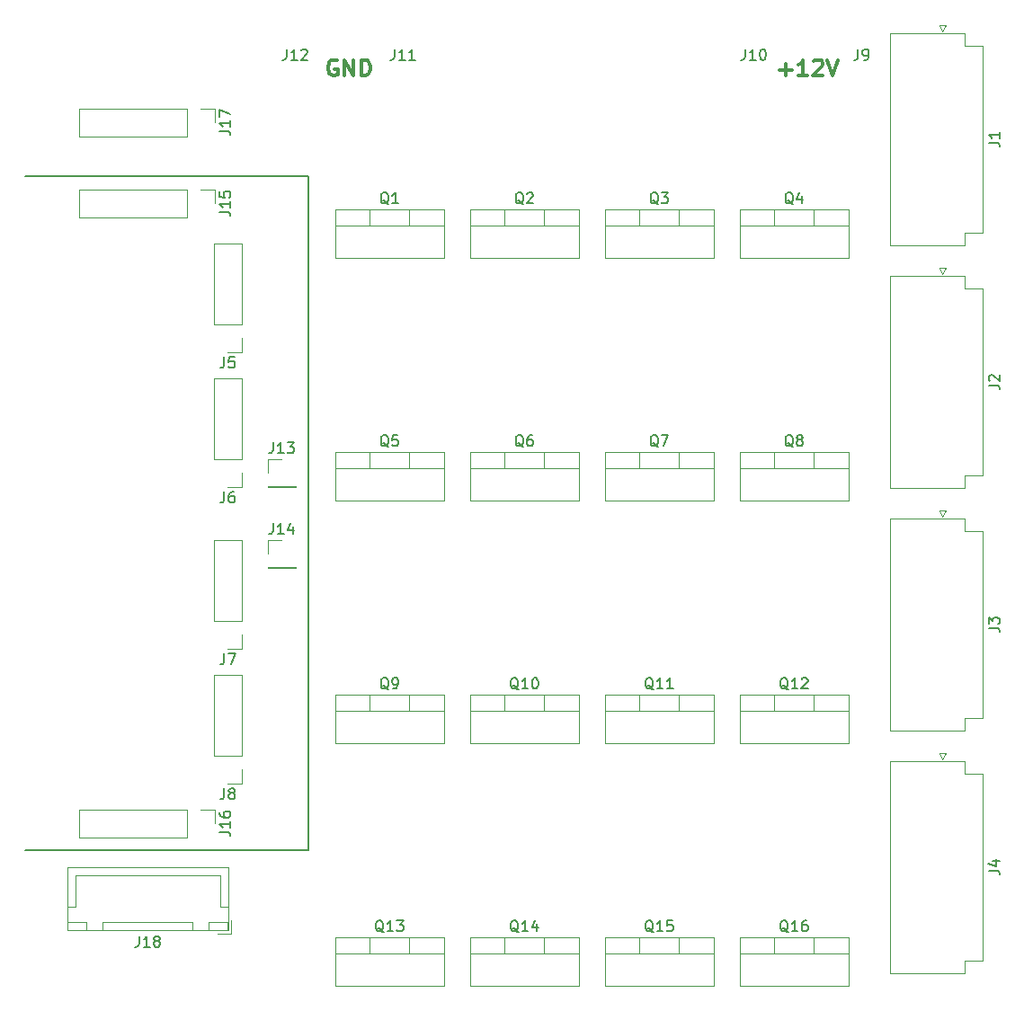
<source format=gbr>
%TF.GenerationSoftware,KiCad,Pcbnew,(5.0.1)-3*%
%TF.CreationDate,2018-11-11T20:09:42+02:00*%
%TF.ProjectId,Fet-levy,4665742D6C6576792E6B696361645F70,rev?*%
%TF.SameCoordinates,Original*%
%TF.FileFunction,Legend,Top*%
%TF.FilePolarity,Positive*%
%FSLAX46Y46*%
G04 Gerber Fmt 4.6, Leading zero omitted, Abs format (unit mm)*
G04 Created by KiCad (PCBNEW (5.0.1)-3) date 11.11.2018 20.09.42*
%MOMM*%
%LPD*%
G01*
G04 APERTURE LIST*
%ADD10C,0.300000*%
%ADD11C,0.200000*%
%ADD12C,0.120000*%
%ADD13C,0.150000*%
G04 APERTURE END LIST*
D10*
X184277142Y-56400000D02*
X184134285Y-56328571D01*
X183920000Y-56328571D01*
X183705714Y-56400000D01*
X183562857Y-56542857D01*
X183491428Y-56685714D01*
X183420000Y-56971428D01*
X183420000Y-57185714D01*
X183491428Y-57471428D01*
X183562857Y-57614285D01*
X183705714Y-57757142D01*
X183920000Y-57828571D01*
X184062857Y-57828571D01*
X184277142Y-57757142D01*
X184348571Y-57685714D01*
X184348571Y-57185714D01*
X184062857Y-57185714D01*
X184991428Y-57828571D02*
X184991428Y-56328571D01*
X185848571Y-57828571D01*
X185848571Y-56328571D01*
X186562857Y-57828571D02*
X186562857Y-56328571D01*
X186920000Y-56328571D01*
X187134285Y-56400000D01*
X187277142Y-56542857D01*
X187348571Y-56685714D01*
X187420000Y-56971428D01*
X187420000Y-57185714D01*
X187348571Y-57471428D01*
X187277142Y-57614285D01*
X187134285Y-57757142D01*
X186920000Y-57828571D01*
X186562857Y-57828571D01*
X225957142Y-57257142D02*
X227100000Y-57257142D01*
X226528571Y-57828571D02*
X226528571Y-56685714D01*
X228600000Y-57828571D02*
X227742857Y-57828571D01*
X228171428Y-57828571D02*
X228171428Y-56328571D01*
X228028571Y-56542857D01*
X227885714Y-56685714D01*
X227742857Y-56757142D01*
X229171428Y-56471428D02*
X229242857Y-56400000D01*
X229385714Y-56328571D01*
X229742857Y-56328571D01*
X229885714Y-56400000D01*
X229957142Y-56471428D01*
X230028571Y-56614285D01*
X230028571Y-56757142D01*
X229957142Y-56971428D01*
X229100000Y-57828571D01*
X230028571Y-57828571D01*
X230457142Y-56328571D02*
X230957142Y-57828571D01*
X231457142Y-56328571D01*
D11*
X181610000Y-130810000D02*
X154940000Y-130810000D01*
X181610000Y-67310000D02*
X181610000Y-130810000D01*
X154940000Y-67310000D02*
X181610000Y-67310000D01*
D12*
%TO.C,Q12*%
X229181000Y-116110000D02*
X229181000Y-117620000D01*
X225480000Y-116110000D02*
X225480000Y-117620000D01*
X222210000Y-117620000D02*
X232450000Y-117620000D01*
X232450000Y-116110000D02*
X232450000Y-120751000D01*
X222210000Y-116110000D02*
X222210000Y-120751000D01*
X222210000Y-120751000D02*
X232450000Y-120751000D01*
X222210000Y-116110000D02*
X232450000Y-116110000D01*
%TO.C,Q14*%
X203781000Y-138970000D02*
X203781000Y-140480000D01*
X200080000Y-138970000D02*
X200080000Y-140480000D01*
X196810000Y-140480000D02*
X207050000Y-140480000D01*
X207050000Y-138970000D02*
X207050000Y-143611000D01*
X196810000Y-138970000D02*
X196810000Y-143611000D01*
X196810000Y-143611000D02*
X207050000Y-143611000D01*
X196810000Y-138970000D02*
X207050000Y-138970000D01*
%TO.C,Q13*%
X184110000Y-138970000D02*
X194350000Y-138970000D01*
X184110000Y-143611000D02*
X194350000Y-143611000D01*
X184110000Y-138970000D02*
X184110000Y-143611000D01*
X194350000Y-138970000D02*
X194350000Y-143611000D01*
X184110000Y-140480000D02*
X194350000Y-140480000D01*
X187380000Y-138970000D02*
X187380000Y-140480000D01*
X191081000Y-138970000D02*
X191081000Y-140480000D01*
%TO.C,Q15*%
X209510000Y-138970000D02*
X219750000Y-138970000D01*
X209510000Y-143611000D02*
X219750000Y-143611000D01*
X209510000Y-138970000D02*
X209510000Y-143611000D01*
X219750000Y-138970000D02*
X219750000Y-143611000D01*
X209510000Y-140480000D02*
X219750000Y-140480000D01*
X212780000Y-138970000D02*
X212780000Y-140480000D01*
X216481000Y-138970000D02*
X216481000Y-140480000D01*
%TO.C,Q16*%
X229181000Y-138970000D02*
X229181000Y-140480000D01*
X225480000Y-138970000D02*
X225480000Y-140480000D01*
X222210000Y-140480000D02*
X232450000Y-140480000D01*
X232450000Y-138970000D02*
X232450000Y-143611000D01*
X222210000Y-138970000D02*
X222210000Y-143611000D01*
X222210000Y-143611000D02*
X232450000Y-143611000D01*
X222210000Y-138970000D02*
X232450000Y-138970000D01*
%TO.C,Q7*%
X209510000Y-93250000D02*
X219750000Y-93250000D01*
X209510000Y-97891000D02*
X219750000Y-97891000D01*
X209510000Y-93250000D02*
X209510000Y-97891000D01*
X219750000Y-93250000D02*
X219750000Y-97891000D01*
X209510000Y-94760000D02*
X219750000Y-94760000D01*
X212780000Y-93250000D02*
X212780000Y-94760000D01*
X216481000Y-93250000D02*
X216481000Y-94760000D01*
%TO.C,Q9*%
X191081000Y-116110000D02*
X191081000Y-117620000D01*
X187380000Y-116110000D02*
X187380000Y-117620000D01*
X184110000Y-117620000D02*
X194350000Y-117620000D01*
X194350000Y-116110000D02*
X194350000Y-120751000D01*
X184110000Y-116110000D02*
X184110000Y-120751000D01*
X184110000Y-120751000D02*
X194350000Y-120751000D01*
X184110000Y-116110000D02*
X194350000Y-116110000D01*
%TO.C,Q8*%
X229181000Y-93250000D02*
X229181000Y-94760000D01*
X225480000Y-93250000D02*
X225480000Y-94760000D01*
X222210000Y-94760000D02*
X232450000Y-94760000D01*
X232450000Y-93250000D02*
X232450000Y-97891000D01*
X222210000Y-93250000D02*
X222210000Y-97891000D01*
X222210000Y-97891000D02*
X232450000Y-97891000D01*
X222210000Y-93250000D02*
X232450000Y-93250000D01*
%TO.C,Q1*%
X191081000Y-70390000D02*
X191081000Y-71900000D01*
X187380000Y-70390000D02*
X187380000Y-71900000D01*
X184110000Y-71900000D02*
X194350000Y-71900000D01*
X194350000Y-70390000D02*
X194350000Y-75031000D01*
X184110000Y-70390000D02*
X184110000Y-75031000D01*
X184110000Y-75031000D02*
X194350000Y-75031000D01*
X184110000Y-70390000D02*
X194350000Y-70390000D01*
%TO.C,Q5*%
X184110000Y-93250000D02*
X194350000Y-93250000D01*
X184110000Y-97891000D02*
X194350000Y-97891000D01*
X184110000Y-93250000D02*
X184110000Y-97891000D01*
X194350000Y-93250000D02*
X194350000Y-97891000D01*
X184110000Y-94760000D02*
X194350000Y-94760000D01*
X187380000Y-93250000D02*
X187380000Y-94760000D01*
X191081000Y-93250000D02*
X191081000Y-94760000D01*
%TO.C,Q11*%
X209510000Y-116110000D02*
X219750000Y-116110000D01*
X209510000Y-120751000D02*
X219750000Y-120751000D01*
X209510000Y-116110000D02*
X209510000Y-120751000D01*
X219750000Y-116110000D02*
X219750000Y-120751000D01*
X209510000Y-117620000D02*
X219750000Y-117620000D01*
X212780000Y-116110000D02*
X212780000Y-117620000D01*
X216481000Y-116110000D02*
X216481000Y-117620000D01*
%TO.C,Q4*%
X222210000Y-70390000D02*
X232450000Y-70390000D01*
X222210000Y-75031000D02*
X232450000Y-75031000D01*
X222210000Y-70390000D02*
X222210000Y-75031000D01*
X232450000Y-70390000D02*
X232450000Y-75031000D01*
X222210000Y-71900000D02*
X232450000Y-71900000D01*
X225480000Y-70390000D02*
X225480000Y-71900000D01*
X229181000Y-70390000D02*
X229181000Y-71900000D01*
%TO.C,Q2*%
X196810000Y-70390000D02*
X207050000Y-70390000D01*
X196810000Y-75031000D02*
X207050000Y-75031000D01*
X196810000Y-70390000D02*
X196810000Y-75031000D01*
X207050000Y-70390000D02*
X207050000Y-75031000D01*
X196810000Y-71900000D02*
X207050000Y-71900000D01*
X200080000Y-70390000D02*
X200080000Y-71900000D01*
X203781000Y-70390000D02*
X203781000Y-71900000D01*
%TO.C,Q10*%
X196810000Y-116110000D02*
X207050000Y-116110000D01*
X196810000Y-120751000D02*
X207050000Y-120751000D01*
X196810000Y-116110000D02*
X196810000Y-120751000D01*
X207050000Y-116110000D02*
X207050000Y-120751000D01*
X196810000Y-117620000D02*
X207050000Y-117620000D01*
X200080000Y-116110000D02*
X200080000Y-117620000D01*
X203781000Y-116110000D02*
X203781000Y-117620000D01*
%TO.C,Q3*%
X216481000Y-70390000D02*
X216481000Y-71900000D01*
X212780000Y-70390000D02*
X212780000Y-71900000D01*
X209510000Y-71900000D02*
X219750000Y-71900000D01*
X219750000Y-70390000D02*
X219750000Y-75031000D01*
X209510000Y-70390000D02*
X209510000Y-75031000D01*
X209510000Y-75031000D02*
X219750000Y-75031000D01*
X209510000Y-70390000D02*
X219750000Y-70390000D01*
%TO.C,Q6*%
X203781000Y-93250000D02*
X203781000Y-94760000D01*
X200080000Y-93250000D02*
X200080000Y-94760000D01*
X196810000Y-94760000D02*
X207050000Y-94760000D01*
X207050000Y-93250000D02*
X207050000Y-97891000D01*
X196810000Y-93250000D02*
X196810000Y-97891000D01*
X196810000Y-97891000D02*
X207050000Y-97891000D01*
X196810000Y-93250000D02*
X207050000Y-93250000D01*
%TO.C,J1*%
X236390000Y-53820000D02*
X243410000Y-53820000D01*
X243410000Y-53820000D02*
X243410000Y-55020000D01*
X243410000Y-55020000D02*
X245110000Y-55020000D01*
X245110000Y-55020000D02*
X245110000Y-72580000D01*
X245110000Y-72580000D02*
X243410000Y-72580000D01*
X243410000Y-72580000D02*
X243410000Y-73780000D01*
X243410000Y-73780000D02*
X236390000Y-73780000D01*
X236390000Y-73780000D02*
X236390000Y-53820000D01*
X241300000Y-53620000D02*
X241000000Y-53020000D01*
X241000000Y-53020000D02*
X241600000Y-53020000D01*
X241600000Y-53020000D02*
X241300000Y-53620000D01*
%TO.C,J2*%
X241600000Y-75880000D02*
X241300000Y-76480000D01*
X241000000Y-75880000D02*
X241600000Y-75880000D01*
X241300000Y-76480000D02*
X241000000Y-75880000D01*
X236390000Y-96640000D02*
X236390000Y-76680000D01*
X243410000Y-96640000D02*
X236390000Y-96640000D01*
X243410000Y-95440000D02*
X243410000Y-96640000D01*
X245110000Y-95440000D02*
X243410000Y-95440000D01*
X245110000Y-77880000D02*
X245110000Y-95440000D01*
X243410000Y-77880000D02*
X245110000Y-77880000D01*
X243410000Y-76680000D02*
X243410000Y-77880000D01*
X236390000Y-76680000D02*
X243410000Y-76680000D01*
%TO.C,J3*%
X241600000Y-98740000D02*
X241300000Y-99340000D01*
X241000000Y-98740000D02*
X241600000Y-98740000D01*
X241300000Y-99340000D02*
X241000000Y-98740000D01*
X236390000Y-119500000D02*
X236390000Y-99540000D01*
X243410000Y-119500000D02*
X236390000Y-119500000D01*
X243410000Y-118300000D02*
X243410000Y-119500000D01*
X245110000Y-118300000D02*
X243410000Y-118300000D01*
X245110000Y-100740000D02*
X245110000Y-118300000D01*
X243410000Y-100740000D02*
X245110000Y-100740000D01*
X243410000Y-99540000D02*
X243410000Y-100740000D01*
X236390000Y-99540000D02*
X243410000Y-99540000D01*
%TO.C,J4*%
X241600000Y-121600000D02*
X241300000Y-122200000D01*
X241000000Y-121600000D02*
X241600000Y-121600000D01*
X241300000Y-122200000D02*
X241000000Y-121600000D01*
X236390000Y-142360000D02*
X236390000Y-122400000D01*
X243410000Y-142360000D02*
X236390000Y-142360000D01*
X243410000Y-141160000D02*
X243410000Y-142360000D01*
X245110000Y-141160000D02*
X243410000Y-141160000D01*
X245110000Y-123600000D02*
X245110000Y-141160000D01*
X243410000Y-123600000D02*
X245110000Y-123600000D01*
X243410000Y-122400000D02*
X243410000Y-123600000D01*
X236390000Y-122400000D02*
X243410000Y-122400000D01*
%TO.C,J5*%
X175320000Y-83880000D02*
X173990000Y-83880000D01*
X175320000Y-82550000D02*
X175320000Y-83880000D01*
X175320000Y-81280000D02*
X172660000Y-81280000D01*
X172660000Y-81280000D02*
X172660000Y-73600000D01*
X175320000Y-81280000D02*
X175320000Y-73600000D01*
X175320000Y-73600000D02*
X172660000Y-73600000D01*
%TO.C,J6*%
X175320000Y-96580000D02*
X173990000Y-96580000D01*
X175320000Y-95250000D02*
X175320000Y-96580000D01*
X175320000Y-93980000D02*
X172660000Y-93980000D01*
X172660000Y-93980000D02*
X172660000Y-86300000D01*
X175320000Y-93980000D02*
X175320000Y-86300000D01*
X175320000Y-86300000D02*
X172660000Y-86300000D01*
%TO.C,J7*%
X175320000Y-101540000D02*
X172660000Y-101540000D01*
X175320000Y-109220000D02*
X175320000Y-101540000D01*
X172660000Y-109220000D02*
X172660000Y-101540000D01*
X175320000Y-109220000D02*
X172660000Y-109220000D01*
X175320000Y-110490000D02*
X175320000Y-111820000D01*
X175320000Y-111820000D02*
X173990000Y-111820000D01*
%TO.C,J8*%
X175320000Y-114240000D02*
X172660000Y-114240000D01*
X175320000Y-121920000D02*
X175320000Y-114240000D01*
X172660000Y-121920000D02*
X172660000Y-114240000D01*
X175320000Y-121920000D02*
X172660000Y-121920000D01*
X175320000Y-123190000D02*
X175320000Y-124520000D01*
X175320000Y-124520000D02*
X173990000Y-124520000D01*
%TO.C,J13*%
X177740000Y-93920000D02*
X179070000Y-93920000D01*
X177740000Y-95250000D02*
X177740000Y-93920000D01*
X177740000Y-96520000D02*
X180400000Y-96520000D01*
X180400000Y-96520000D02*
X180400000Y-96580000D01*
X177740000Y-96520000D02*
X177740000Y-96580000D01*
X177740000Y-96580000D02*
X180400000Y-96580000D01*
%TO.C,J14*%
X177740000Y-104200000D02*
X180400000Y-104200000D01*
X177740000Y-104140000D02*
X177740000Y-104200000D01*
X180400000Y-104140000D02*
X180400000Y-104200000D01*
X177740000Y-104140000D02*
X180400000Y-104140000D01*
X177740000Y-102870000D02*
X177740000Y-101540000D01*
X177740000Y-101540000D02*
X179070000Y-101540000D01*
%TO.C,J15*%
X172780000Y-68520000D02*
X172780000Y-69850000D01*
X171450000Y-68520000D02*
X172780000Y-68520000D01*
X170180000Y-68520000D02*
X170180000Y-71180000D01*
X170180000Y-71180000D02*
X159960000Y-71180000D01*
X170180000Y-68520000D02*
X159960000Y-68520000D01*
X159960000Y-68520000D02*
X159960000Y-71180000D01*
%TO.C,J16*%
X159960000Y-126940000D02*
X159960000Y-129600000D01*
X170180000Y-126940000D02*
X159960000Y-126940000D01*
X170180000Y-129600000D02*
X159960000Y-129600000D01*
X170180000Y-126940000D02*
X170180000Y-129600000D01*
X171450000Y-126940000D02*
X172780000Y-126940000D01*
X172780000Y-126940000D02*
X172780000Y-128270000D01*
%TO.C,J17*%
X159960000Y-60900000D02*
X159960000Y-63560000D01*
X170180000Y-60900000D02*
X159960000Y-60900000D01*
X170180000Y-63560000D02*
X159960000Y-63560000D01*
X170180000Y-60900000D02*
X170180000Y-63560000D01*
X171450000Y-60900000D02*
X172780000Y-60900000D01*
X172780000Y-60900000D02*
X172780000Y-62230000D01*
%TO.C,J18*%
X174010000Y-138350000D02*
X174010000Y-132380000D01*
X174010000Y-132380000D02*
X158890000Y-132380000D01*
X158890000Y-132380000D02*
X158890000Y-138350000D01*
X158890000Y-138350000D02*
X174010000Y-138350000D01*
X170700000Y-138340000D02*
X170700000Y-137590000D01*
X170700000Y-137590000D02*
X162200000Y-137590000D01*
X162200000Y-137590000D02*
X162200000Y-138340000D01*
X162200000Y-138340000D02*
X170700000Y-138340000D01*
X174000000Y-138340000D02*
X174000000Y-137590000D01*
X174000000Y-137590000D02*
X172200000Y-137590000D01*
X172200000Y-137590000D02*
X172200000Y-138340000D01*
X172200000Y-138340000D02*
X174000000Y-138340000D01*
X160700000Y-138340000D02*
X160700000Y-137590000D01*
X160700000Y-137590000D02*
X158900000Y-137590000D01*
X158900000Y-137590000D02*
X158900000Y-138340000D01*
X158900000Y-138340000D02*
X160700000Y-138340000D01*
X174000000Y-136090000D02*
X173250000Y-136090000D01*
X173250000Y-136090000D02*
X173250000Y-133140000D01*
X173250000Y-133140000D02*
X166450000Y-133140000D01*
X158900000Y-136090000D02*
X159650000Y-136090000D01*
X159650000Y-136090000D02*
X159650000Y-133140000D01*
X159650000Y-133140000D02*
X166450000Y-133140000D01*
X173050000Y-138640000D02*
X174300000Y-138640000D01*
X174300000Y-138640000D02*
X174300000Y-137390000D01*
%TO.C,J12*%
D13*
X179530476Y-55332380D02*
X179530476Y-56046666D01*
X179482857Y-56189523D01*
X179387619Y-56284761D01*
X179244761Y-56332380D01*
X179149523Y-56332380D01*
X180530476Y-56332380D02*
X179959047Y-56332380D01*
X180244761Y-56332380D02*
X180244761Y-55332380D01*
X180149523Y-55475238D01*
X180054285Y-55570476D01*
X179959047Y-55618095D01*
X180911428Y-55427619D02*
X180959047Y-55380000D01*
X181054285Y-55332380D01*
X181292380Y-55332380D01*
X181387619Y-55380000D01*
X181435238Y-55427619D01*
X181482857Y-55522857D01*
X181482857Y-55618095D01*
X181435238Y-55760952D01*
X180863809Y-56332380D01*
X181482857Y-56332380D01*
%TO.C,J11*%
X189690476Y-55332380D02*
X189690476Y-56046666D01*
X189642857Y-56189523D01*
X189547619Y-56284761D01*
X189404761Y-56332380D01*
X189309523Y-56332380D01*
X190690476Y-56332380D02*
X190119047Y-56332380D01*
X190404761Y-56332380D02*
X190404761Y-55332380D01*
X190309523Y-55475238D01*
X190214285Y-55570476D01*
X190119047Y-55618095D01*
X191642857Y-56332380D02*
X191071428Y-56332380D01*
X191357142Y-56332380D02*
X191357142Y-55332380D01*
X191261904Y-55475238D01*
X191166666Y-55570476D01*
X191071428Y-55618095D01*
%TO.C,J9*%
X233346666Y-55332380D02*
X233346666Y-56046666D01*
X233299047Y-56189523D01*
X233203809Y-56284761D01*
X233060952Y-56332380D01*
X232965714Y-56332380D01*
X233870476Y-56332380D02*
X234060952Y-56332380D01*
X234156190Y-56284761D01*
X234203809Y-56237142D01*
X234299047Y-56094285D01*
X234346666Y-55903809D01*
X234346666Y-55522857D01*
X234299047Y-55427619D01*
X234251428Y-55380000D01*
X234156190Y-55332380D01*
X233965714Y-55332380D01*
X233870476Y-55380000D01*
X233822857Y-55427619D01*
X233775238Y-55522857D01*
X233775238Y-55760952D01*
X233822857Y-55856190D01*
X233870476Y-55903809D01*
X233965714Y-55951428D01*
X234156190Y-55951428D01*
X234251428Y-55903809D01*
X234299047Y-55856190D01*
X234346666Y-55760952D01*
%TO.C,J10*%
X222710476Y-55332380D02*
X222710476Y-56046666D01*
X222662857Y-56189523D01*
X222567619Y-56284761D01*
X222424761Y-56332380D01*
X222329523Y-56332380D01*
X223710476Y-56332380D02*
X223139047Y-56332380D01*
X223424761Y-56332380D02*
X223424761Y-55332380D01*
X223329523Y-55475238D01*
X223234285Y-55570476D01*
X223139047Y-55618095D01*
X224329523Y-55332380D02*
X224424761Y-55332380D01*
X224520000Y-55380000D01*
X224567619Y-55427619D01*
X224615238Y-55522857D01*
X224662857Y-55713333D01*
X224662857Y-55951428D01*
X224615238Y-56141904D01*
X224567619Y-56237142D01*
X224520000Y-56284761D01*
X224424761Y-56332380D01*
X224329523Y-56332380D01*
X224234285Y-56284761D01*
X224186666Y-56237142D01*
X224139047Y-56141904D01*
X224091428Y-55951428D01*
X224091428Y-55713333D01*
X224139047Y-55522857D01*
X224186666Y-55427619D01*
X224234285Y-55380000D01*
X224329523Y-55332380D01*
%TO.C,Q12*%
X226758571Y-115657619D02*
X226663333Y-115610000D01*
X226568095Y-115514761D01*
X226425238Y-115371904D01*
X226330000Y-115324285D01*
X226234761Y-115324285D01*
X226282380Y-115562380D02*
X226187142Y-115514761D01*
X226091904Y-115419523D01*
X226044285Y-115229047D01*
X226044285Y-114895714D01*
X226091904Y-114705238D01*
X226187142Y-114610000D01*
X226282380Y-114562380D01*
X226472857Y-114562380D01*
X226568095Y-114610000D01*
X226663333Y-114705238D01*
X226710952Y-114895714D01*
X226710952Y-115229047D01*
X226663333Y-115419523D01*
X226568095Y-115514761D01*
X226472857Y-115562380D01*
X226282380Y-115562380D01*
X227663333Y-115562380D02*
X227091904Y-115562380D01*
X227377619Y-115562380D02*
X227377619Y-114562380D01*
X227282380Y-114705238D01*
X227187142Y-114800476D01*
X227091904Y-114848095D01*
X228044285Y-114657619D02*
X228091904Y-114610000D01*
X228187142Y-114562380D01*
X228425238Y-114562380D01*
X228520476Y-114610000D01*
X228568095Y-114657619D01*
X228615714Y-114752857D01*
X228615714Y-114848095D01*
X228568095Y-114990952D01*
X227996666Y-115562380D01*
X228615714Y-115562380D01*
%TO.C,Q14*%
X201358571Y-138517619D02*
X201263333Y-138470000D01*
X201168095Y-138374761D01*
X201025238Y-138231904D01*
X200930000Y-138184285D01*
X200834761Y-138184285D01*
X200882380Y-138422380D02*
X200787142Y-138374761D01*
X200691904Y-138279523D01*
X200644285Y-138089047D01*
X200644285Y-137755714D01*
X200691904Y-137565238D01*
X200787142Y-137470000D01*
X200882380Y-137422380D01*
X201072857Y-137422380D01*
X201168095Y-137470000D01*
X201263333Y-137565238D01*
X201310952Y-137755714D01*
X201310952Y-138089047D01*
X201263333Y-138279523D01*
X201168095Y-138374761D01*
X201072857Y-138422380D01*
X200882380Y-138422380D01*
X202263333Y-138422380D02*
X201691904Y-138422380D01*
X201977619Y-138422380D02*
X201977619Y-137422380D01*
X201882380Y-137565238D01*
X201787142Y-137660476D01*
X201691904Y-137708095D01*
X203120476Y-137755714D02*
X203120476Y-138422380D01*
X202882380Y-137374761D02*
X202644285Y-138089047D01*
X203263333Y-138089047D01*
%TO.C,Q13*%
X188658571Y-138517619D02*
X188563333Y-138470000D01*
X188468095Y-138374761D01*
X188325238Y-138231904D01*
X188230000Y-138184285D01*
X188134761Y-138184285D01*
X188182380Y-138422380D02*
X188087142Y-138374761D01*
X187991904Y-138279523D01*
X187944285Y-138089047D01*
X187944285Y-137755714D01*
X187991904Y-137565238D01*
X188087142Y-137470000D01*
X188182380Y-137422380D01*
X188372857Y-137422380D01*
X188468095Y-137470000D01*
X188563333Y-137565238D01*
X188610952Y-137755714D01*
X188610952Y-138089047D01*
X188563333Y-138279523D01*
X188468095Y-138374761D01*
X188372857Y-138422380D01*
X188182380Y-138422380D01*
X189563333Y-138422380D02*
X188991904Y-138422380D01*
X189277619Y-138422380D02*
X189277619Y-137422380D01*
X189182380Y-137565238D01*
X189087142Y-137660476D01*
X188991904Y-137708095D01*
X189896666Y-137422380D02*
X190515714Y-137422380D01*
X190182380Y-137803333D01*
X190325238Y-137803333D01*
X190420476Y-137850952D01*
X190468095Y-137898571D01*
X190515714Y-137993809D01*
X190515714Y-138231904D01*
X190468095Y-138327142D01*
X190420476Y-138374761D01*
X190325238Y-138422380D01*
X190039523Y-138422380D01*
X189944285Y-138374761D01*
X189896666Y-138327142D01*
%TO.C,Q15*%
X214058571Y-138517619D02*
X213963333Y-138470000D01*
X213868095Y-138374761D01*
X213725238Y-138231904D01*
X213630000Y-138184285D01*
X213534761Y-138184285D01*
X213582380Y-138422380D02*
X213487142Y-138374761D01*
X213391904Y-138279523D01*
X213344285Y-138089047D01*
X213344285Y-137755714D01*
X213391904Y-137565238D01*
X213487142Y-137470000D01*
X213582380Y-137422380D01*
X213772857Y-137422380D01*
X213868095Y-137470000D01*
X213963333Y-137565238D01*
X214010952Y-137755714D01*
X214010952Y-138089047D01*
X213963333Y-138279523D01*
X213868095Y-138374761D01*
X213772857Y-138422380D01*
X213582380Y-138422380D01*
X214963333Y-138422380D02*
X214391904Y-138422380D01*
X214677619Y-138422380D02*
X214677619Y-137422380D01*
X214582380Y-137565238D01*
X214487142Y-137660476D01*
X214391904Y-137708095D01*
X215868095Y-137422380D02*
X215391904Y-137422380D01*
X215344285Y-137898571D01*
X215391904Y-137850952D01*
X215487142Y-137803333D01*
X215725238Y-137803333D01*
X215820476Y-137850952D01*
X215868095Y-137898571D01*
X215915714Y-137993809D01*
X215915714Y-138231904D01*
X215868095Y-138327142D01*
X215820476Y-138374761D01*
X215725238Y-138422380D01*
X215487142Y-138422380D01*
X215391904Y-138374761D01*
X215344285Y-138327142D01*
%TO.C,Q16*%
X226758571Y-138517619D02*
X226663333Y-138470000D01*
X226568095Y-138374761D01*
X226425238Y-138231904D01*
X226330000Y-138184285D01*
X226234761Y-138184285D01*
X226282380Y-138422380D02*
X226187142Y-138374761D01*
X226091904Y-138279523D01*
X226044285Y-138089047D01*
X226044285Y-137755714D01*
X226091904Y-137565238D01*
X226187142Y-137470000D01*
X226282380Y-137422380D01*
X226472857Y-137422380D01*
X226568095Y-137470000D01*
X226663333Y-137565238D01*
X226710952Y-137755714D01*
X226710952Y-138089047D01*
X226663333Y-138279523D01*
X226568095Y-138374761D01*
X226472857Y-138422380D01*
X226282380Y-138422380D01*
X227663333Y-138422380D02*
X227091904Y-138422380D01*
X227377619Y-138422380D02*
X227377619Y-137422380D01*
X227282380Y-137565238D01*
X227187142Y-137660476D01*
X227091904Y-137708095D01*
X228520476Y-137422380D02*
X228330000Y-137422380D01*
X228234761Y-137470000D01*
X228187142Y-137517619D01*
X228091904Y-137660476D01*
X228044285Y-137850952D01*
X228044285Y-138231904D01*
X228091904Y-138327142D01*
X228139523Y-138374761D01*
X228234761Y-138422380D01*
X228425238Y-138422380D01*
X228520476Y-138374761D01*
X228568095Y-138327142D01*
X228615714Y-138231904D01*
X228615714Y-137993809D01*
X228568095Y-137898571D01*
X228520476Y-137850952D01*
X228425238Y-137803333D01*
X228234761Y-137803333D01*
X228139523Y-137850952D01*
X228091904Y-137898571D01*
X228044285Y-137993809D01*
%TO.C,Q7*%
X214534761Y-92797619D02*
X214439523Y-92750000D01*
X214344285Y-92654761D01*
X214201428Y-92511904D01*
X214106190Y-92464285D01*
X214010952Y-92464285D01*
X214058571Y-92702380D02*
X213963333Y-92654761D01*
X213868095Y-92559523D01*
X213820476Y-92369047D01*
X213820476Y-92035714D01*
X213868095Y-91845238D01*
X213963333Y-91750000D01*
X214058571Y-91702380D01*
X214249047Y-91702380D01*
X214344285Y-91750000D01*
X214439523Y-91845238D01*
X214487142Y-92035714D01*
X214487142Y-92369047D01*
X214439523Y-92559523D01*
X214344285Y-92654761D01*
X214249047Y-92702380D01*
X214058571Y-92702380D01*
X214820476Y-91702380D02*
X215487142Y-91702380D01*
X215058571Y-92702380D01*
%TO.C,Q9*%
X189134761Y-115657619D02*
X189039523Y-115610000D01*
X188944285Y-115514761D01*
X188801428Y-115371904D01*
X188706190Y-115324285D01*
X188610952Y-115324285D01*
X188658571Y-115562380D02*
X188563333Y-115514761D01*
X188468095Y-115419523D01*
X188420476Y-115229047D01*
X188420476Y-114895714D01*
X188468095Y-114705238D01*
X188563333Y-114610000D01*
X188658571Y-114562380D01*
X188849047Y-114562380D01*
X188944285Y-114610000D01*
X189039523Y-114705238D01*
X189087142Y-114895714D01*
X189087142Y-115229047D01*
X189039523Y-115419523D01*
X188944285Y-115514761D01*
X188849047Y-115562380D01*
X188658571Y-115562380D01*
X189563333Y-115562380D02*
X189753809Y-115562380D01*
X189849047Y-115514761D01*
X189896666Y-115467142D01*
X189991904Y-115324285D01*
X190039523Y-115133809D01*
X190039523Y-114752857D01*
X189991904Y-114657619D01*
X189944285Y-114610000D01*
X189849047Y-114562380D01*
X189658571Y-114562380D01*
X189563333Y-114610000D01*
X189515714Y-114657619D01*
X189468095Y-114752857D01*
X189468095Y-114990952D01*
X189515714Y-115086190D01*
X189563333Y-115133809D01*
X189658571Y-115181428D01*
X189849047Y-115181428D01*
X189944285Y-115133809D01*
X189991904Y-115086190D01*
X190039523Y-114990952D01*
%TO.C,Q8*%
X227234761Y-92797619D02*
X227139523Y-92750000D01*
X227044285Y-92654761D01*
X226901428Y-92511904D01*
X226806190Y-92464285D01*
X226710952Y-92464285D01*
X226758571Y-92702380D02*
X226663333Y-92654761D01*
X226568095Y-92559523D01*
X226520476Y-92369047D01*
X226520476Y-92035714D01*
X226568095Y-91845238D01*
X226663333Y-91750000D01*
X226758571Y-91702380D01*
X226949047Y-91702380D01*
X227044285Y-91750000D01*
X227139523Y-91845238D01*
X227187142Y-92035714D01*
X227187142Y-92369047D01*
X227139523Y-92559523D01*
X227044285Y-92654761D01*
X226949047Y-92702380D01*
X226758571Y-92702380D01*
X227758571Y-92130952D02*
X227663333Y-92083333D01*
X227615714Y-92035714D01*
X227568095Y-91940476D01*
X227568095Y-91892857D01*
X227615714Y-91797619D01*
X227663333Y-91750000D01*
X227758571Y-91702380D01*
X227949047Y-91702380D01*
X228044285Y-91750000D01*
X228091904Y-91797619D01*
X228139523Y-91892857D01*
X228139523Y-91940476D01*
X228091904Y-92035714D01*
X228044285Y-92083333D01*
X227949047Y-92130952D01*
X227758571Y-92130952D01*
X227663333Y-92178571D01*
X227615714Y-92226190D01*
X227568095Y-92321428D01*
X227568095Y-92511904D01*
X227615714Y-92607142D01*
X227663333Y-92654761D01*
X227758571Y-92702380D01*
X227949047Y-92702380D01*
X228044285Y-92654761D01*
X228091904Y-92607142D01*
X228139523Y-92511904D01*
X228139523Y-92321428D01*
X228091904Y-92226190D01*
X228044285Y-92178571D01*
X227949047Y-92130952D01*
%TO.C,Q1*%
X189134761Y-69937619D02*
X189039523Y-69890000D01*
X188944285Y-69794761D01*
X188801428Y-69651904D01*
X188706190Y-69604285D01*
X188610952Y-69604285D01*
X188658571Y-69842380D02*
X188563333Y-69794761D01*
X188468095Y-69699523D01*
X188420476Y-69509047D01*
X188420476Y-69175714D01*
X188468095Y-68985238D01*
X188563333Y-68890000D01*
X188658571Y-68842380D01*
X188849047Y-68842380D01*
X188944285Y-68890000D01*
X189039523Y-68985238D01*
X189087142Y-69175714D01*
X189087142Y-69509047D01*
X189039523Y-69699523D01*
X188944285Y-69794761D01*
X188849047Y-69842380D01*
X188658571Y-69842380D01*
X190039523Y-69842380D02*
X189468095Y-69842380D01*
X189753809Y-69842380D02*
X189753809Y-68842380D01*
X189658571Y-68985238D01*
X189563333Y-69080476D01*
X189468095Y-69128095D01*
%TO.C,Q5*%
X189134761Y-92797619D02*
X189039523Y-92750000D01*
X188944285Y-92654761D01*
X188801428Y-92511904D01*
X188706190Y-92464285D01*
X188610952Y-92464285D01*
X188658571Y-92702380D02*
X188563333Y-92654761D01*
X188468095Y-92559523D01*
X188420476Y-92369047D01*
X188420476Y-92035714D01*
X188468095Y-91845238D01*
X188563333Y-91750000D01*
X188658571Y-91702380D01*
X188849047Y-91702380D01*
X188944285Y-91750000D01*
X189039523Y-91845238D01*
X189087142Y-92035714D01*
X189087142Y-92369047D01*
X189039523Y-92559523D01*
X188944285Y-92654761D01*
X188849047Y-92702380D01*
X188658571Y-92702380D01*
X189991904Y-91702380D02*
X189515714Y-91702380D01*
X189468095Y-92178571D01*
X189515714Y-92130952D01*
X189610952Y-92083333D01*
X189849047Y-92083333D01*
X189944285Y-92130952D01*
X189991904Y-92178571D01*
X190039523Y-92273809D01*
X190039523Y-92511904D01*
X189991904Y-92607142D01*
X189944285Y-92654761D01*
X189849047Y-92702380D01*
X189610952Y-92702380D01*
X189515714Y-92654761D01*
X189468095Y-92607142D01*
%TO.C,Q11*%
X214058571Y-115657619D02*
X213963333Y-115610000D01*
X213868095Y-115514761D01*
X213725238Y-115371904D01*
X213630000Y-115324285D01*
X213534761Y-115324285D01*
X213582380Y-115562380D02*
X213487142Y-115514761D01*
X213391904Y-115419523D01*
X213344285Y-115229047D01*
X213344285Y-114895714D01*
X213391904Y-114705238D01*
X213487142Y-114610000D01*
X213582380Y-114562380D01*
X213772857Y-114562380D01*
X213868095Y-114610000D01*
X213963333Y-114705238D01*
X214010952Y-114895714D01*
X214010952Y-115229047D01*
X213963333Y-115419523D01*
X213868095Y-115514761D01*
X213772857Y-115562380D01*
X213582380Y-115562380D01*
X214963333Y-115562380D02*
X214391904Y-115562380D01*
X214677619Y-115562380D02*
X214677619Y-114562380D01*
X214582380Y-114705238D01*
X214487142Y-114800476D01*
X214391904Y-114848095D01*
X215915714Y-115562380D02*
X215344285Y-115562380D01*
X215630000Y-115562380D02*
X215630000Y-114562380D01*
X215534761Y-114705238D01*
X215439523Y-114800476D01*
X215344285Y-114848095D01*
%TO.C,Q4*%
X227234761Y-69937619D02*
X227139523Y-69890000D01*
X227044285Y-69794761D01*
X226901428Y-69651904D01*
X226806190Y-69604285D01*
X226710952Y-69604285D01*
X226758571Y-69842380D02*
X226663333Y-69794761D01*
X226568095Y-69699523D01*
X226520476Y-69509047D01*
X226520476Y-69175714D01*
X226568095Y-68985238D01*
X226663333Y-68890000D01*
X226758571Y-68842380D01*
X226949047Y-68842380D01*
X227044285Y-68890000D01*
X227139523Y-68985238D01*
X227187142Y-69175714D01*
X227187142Y-69509047D01*
X227139523Y-69699523D01*
X227044285Y-69794761D01*
X226949047Y-69842380D01*
X226758571Y-69842380D01*
X228044285Y-69175714D02*
X228044285Y-69842380D01*
X227806190Y-68794761D02*
X227568095Y-69509047D01*
X228187142Y-69509047D01*
%TO.C,Q2*%
X201834761Y-69937619D02*
X201739523Y-69890000D01*
X201644285Y-69794761D01*
X201501428Y-69651904D01*
X201406190Y-69604285D01*
X201310952Y-69604285D01*
X201358571Y-69842380D02*
X201263333Y-69794761D01*
X201168095Y-69699523D01*
X201120476Y-69509047D01*
X201120476Y-69175714D01*
X201168095Y-68985238D01*
X201263333Y-68890000D01*
X201358571Y-68842380D01*
X201549047Y-68842380D01*
X201644285Y-68890000D01*
X201739523Y-68985238D01*
X201787142Y-69175714D01*
X201787142Y-69509047D01*
X201739523Y-69699523D01*
X201644285Y-69794761D01*
X201549047Y-69842380D01*
X201358571Y-69842380D01*
X202168095Y-68937619D02*
X202215714Y-68890000D01*
X202310952Y-68842380D01*
X202549047Y-68842380D01*
X202644285Y-68890000D01*
X202691904Y-68937619D01*
X202739523Y-69032857D01*
X202739523Y-69128095D01*
X202691904Y-69270952D01*
X202120476Y-69842380D01*
X202739523Y-69842380D01*
%TO.C,Q10*%
X201358571Y-115657619D02*
X201263333Y-115610000D01*
X201168095Y-115514761D01*
X201025238Y-115371904D01*
X200930000Y-115324285D01*
X200834761Y-115324285D01*
X200882380Y-115562380D02*
X200787142Y-115514761D01*
X200691904Y-115419523D01*
X200644285Y-115229047D01*
X200644285Y-114895714D01*
X200691904Y-114705238D01*
X200787142Y-114610000D01*
X200882380Y-114562380D01*
X201072857Y-114562380D01*
X201168095Y-114610000D01*
X201263333Y-114705238D01*
X201310952Y-114895714D01*
X201310952Y-115229047D01*
X201263333Y-115419523D01*
X201168095Y-115514761D01*
X201072857Y-115562380D01*
X200882380Y-115562380D01*
X202263333Y-115562380D02*
X201691904Y-115562380D01*
X201977619Y-115562380D02*
X201977619Y-114562380D01*
X201882380Y-114705238D01*
X201787142Y-114800476D01*
X201691904Y-114848095D01*
X202882380Y-114562380D02*
X202977619Y-114562380D01*
X203072857Y-114610000D01*
X203120476Y-114657619D01*
X203168095Y-114752857D01*
X203215714Y-114943333D01*
X203215714Y-115181428D01*
X203168095Y-115371904D01*
X203120476Y-115467142D01*
X203072857Y-115514761D01*
X202977619Y-115562380D01*
X202882380Y-115562380D01*
X202787142Y-115514761D01*
X202739523Y-115467142D01*
X202691904Y-115371904D01*
X202644285Y-115181428D01*
X202644285Y-114943333D01*
X202691904Y-114752857D01*
X202739523Y-114657619D01*
X202787142Y-114610000D01*
X202882380Y-114562380D01*
%TO.C,Q3*%
X214534761Y-69937619D02*
X214439523Y-69890000D01*
X214344285Y-69794761D01*
X214201428Y-69651904D01*
X214106190Y-69604285D01*
X214010952Y-69604285D01*
X214058571Y-69842380D02*
X213963333Y-69794761D01*
X213868095Y-69699523D01*
X213820476Y-69509047D01*
X213820476Y-69175714D01*
X213868095Y-68985238D01*
X213963333Y-68890000D01*
X214058571Y-68842380D01*
X214249047Y-68842380D01*
X214344285Y-68890000D01*
X214439523Y-68985238D01*
X214487142Y-69175714D01*
X214487142Y-69509047D01*
X214439523Y-69699523D01*
X214344285Y-69794761D01*
X214249047Y-69842380D01*
X214058571Y-69842380D01*
X214820476Y-68842380D02*
X215439523Y-68842380D01*
X215106190Y-69223333D01*
X215249047Y-69223333D01*
X215344285Y-69270952D01*
X215391904Y-69318571D01*
X215439523Y-69413809D01*
X215439523Y-69651904D01*
X215391904Y-69747142D01*
X215344285Y-69794761D01*
X215249047Y-69842380D01*
X214963333Y-69842380D01*
X214868095Y-69794761D01*
X214820476Y-69747142D01*
%TO.C,Q6*%
X201834761Y-92797619D02*
X201739523Y-92750000D01*
X201644285Y-92654761D01*
X201501428Y-92511904D01*
X201406190Y-92464285D01*
X201310952Y-92464285D01*
X201358571Y-92702380D02*
X201263333Y-92654761D01*
X201168095Y-92559523D01*
X201120476Y-92369047D01*
X201120476Y-92035714D01*
X201168095Y-91845238D01*
X201263333Y-91750000D01*
X201358571Y-91702380D01*
X201549047Y-91702380D01*
X201644285Y-91750000D01*
X201739523Y-91845238D01*
X201787142Y-92035714D01*
X201787142Y-92369047D01*
X201739523Y-92559523D01*
X201644285Y-92654761D01*
X201549047Y-92702380D01*
X201358571Y-92702380D01*
X202644285Y-91702380D02*
X202453809Y-91702380D01*
X202358571Y-91750000D01*
X202310952Y-91797619D01*
X202215714Y-91940476D01*
X202168095Y-92130952D01*
X202168095Y-92511904D01*
X202215714Y-92607142D01*
X202263333Y-92654761D01*
X202358571Y-92702380D01*
X202549047Y-92702380D01*
X202644285Y-92654761D01*
X202691904Y-92607142D01*
X202739523Y-92511904D01*
X202739523Y-92273809D01*
X202691904Y-92178571D01*
X202644285Y-92130952D01*
X202549047Y-92083333D01*
X202358571Y-92083333D01*
X202263333Y-92130952D01*
X202215714Y-92178571D01*
X202168095Y-92273809D01*
%TO.C,J1*%
X245652380Y-64133333D02*
X246366666Y-64133333D01*
X246509523Y-64180952D01*
X246604761Y-64276190D01*
X246652380Y-64419047D01*
X246652380Y-64514285D01*
X246652380Y-63133333D02*
X246652380Y-63704761D01*
X246652380Y-63419047D02*
X245652380Y-63419047D01*
X245795238Y-63514285D01*
X245890476Y-63609523D01*
X245938095Y-63704761D01*
%TO.C,J2*%
X245652380Y-86993333D02*
X246366666Y-86993333D01*
X246509523Y-87040952D01*
X246604761Y-87136190D01*
X246652380Y-87279047D01*
X246652380Y-87374285D01*
X245747619Y-86564761D02*
X245700000Y-86517142D01*
X245652380Y-86421904D01*
X245652380Y-86183809D01*
X245700000Y-86088571D01*
X245747619Y-86040952D01*
X245842857Y-85993333D01*
X245938095Y-85993333D01*
X246080952Y-86040952D01*
X246652380Y-86612380D01*
X246652380Y-85993333D01*
%TO.C,J3*%
X245652380Y-109853333D02*
X246366666Y-109853333D01*
X246509523Y-109900952D01*
X246604761Y-109996190D01*
X246652380Y-110139047D01*
X246652380Y-110234285D01*
X245652380Y-109472380D02*
X245652380Y-108853333D01*
X246033333Y-109186666D01*
X246033333Y-109043809D01*
X246080952Y-108948571D01*
X246128571Y-108900952D01*
X246223809Y-108853333D01*
X246461904Y-108853333D01*
X246557142Y-108900952D01*
X246604761Y-108948571D01*
X246652380Y-109043809D01*
X246652380Y-109329523D01*
X246604761Y-109424761D01*
X246557142Y-109472380D01*
%TO.C,J4*%
X245652380Y-132713333D02*
X246366666Y-132713333D01*
X246509523Y-132760952D01*
X246604761Y-132856190D01*
X246652380Y-132999047D01*
X246652380Y-133094285D01*
X245985714Y-131808571D02*
X246652380Y-131808571D01*
X245604761Y-132046666D02*
X246319047Y-132284761D01*
X246319047Y-131665714D01*
%TO.C,J5*%
X173656666Y-84332380D02*
X173656666Y-85046666D01*
X173609047Y-85189523D01*
X173513809Y-85284761D01*
X173370952Y-85332380D01*
X173275714Y-85332380D01*
X174609047Y-84332380D02*
X174132857Y-84332380D01*
X174085238Y-84808571D01*
X174132857Y-84760952D01*
X174228095Y-84713333D01*
X174466190Y-84713333D01*
X174561428Y-84760952D01*
X174609047Y-84808571D01*
X174656666Y-84903809D01*
X174656666Y-85141904D01*
X174609047Y-85237142D01*
X174561428Y-85284761D01*
X174466190Y-85332380D01*
X174228095Y-85332380D01*
X174132857Y-85284761D01*
X174085238Y-85237142D01*
%TO.C,J6*%
X173656666Y-97032380D02*
X173656666Y-97746666D01*
X173609047Y-97889523D01*
X173513809Y-97984761D01*
X173370952Y-98032380D01*
X173275714Y-98032380D01*
X174561428Y-97032380D02*
X174370952Y-97032380D01*
X174275714Y-97080000D01*
X174228095Y-97127619D01*
X174132857Y-97270476D01*
X174085238Y-97460952D01*
X174085238Y-97841904D01*
X174132857Y-97937142D01*
X174180476Y-97984761D01*
X174275714Y-98032380D01*
X174466190Y-98032380D01*
X174561428Y-97984761D01*
X174609047Y-97937142D01*
X174656666Y-97841904D01*
X174656666Y-97603809D01*
X174609047Y-97508571D01*
X174561428Y-97460952D01*
X174466190Y-97413333D01*
X174275714Y-97413333D01*
X174180476Y-97460952D01*
X174132857Y-97508571D01*
X174085238Y-97603809D01*
%TO.C,J7*%
X173656666Y-112272380D02*
X173656666Y-112986666D01*
X173609047Y-113129523D01*
X173513809Y-113224761D01*
X173370952Y-113272380D01*
X173275714Y-113272380D01*
X174037619Y-112272380D02*
X174704285Y-112272380D01*
X174275714Y-113272380D01*
%TO.C,J8*%
X173656666Y-124972380D02*
X173656666Y-125686666D01*
X173609047Y-125829523D01*
X173513809Y-125924761D01*
X173370952Y-125972380D01*
X173275714Y-125972380D01*
X174275714Y-125400952D02*
X174180476Y-125353333D01*
X174132857Y-125305714D01*
X174085238Y-125210476D01*
X174085238Y-125162857D01*
X174132857Y-125067619D01*
X174180476Y-125020000D01*
X174275714Y-124972380D01*
X174466190Y-124972380D01*
X174561428Y-125020000D01*
X174609047Y-125067619D01*
X174656666Y-125162857D01*
X174656666Y-125210476D01*
X174609047Y-125305714D01*
X174561428Y-125353333D01*
X174466190Y-125400952D01*
X174275714Y-125400952D01*
X174180476Y-125448571D01*
X174132857Y-125496190D01*
X174085238Y-125591428D01*
X174085238Y-125781904D01*
X174132857Y-125877142D01*
X174180476Y-125924761D01*
X174275714Y-125972380D01*
X174466190Y-125972380D01*
X174561428Y-125924761D01*
X174609047Y-125877142D01*
X174656666Y-125781904D01*
X174656666Y-125591428D01*
X174609047Y-125496190D01*
X174561428Y-125448571D01*
X174466190Y-125400952D01*
%TO.C,J13*%
X178260476Y-92372380D02*
X178260476Y-93086666D01*
X178212857Y-93229523D01*
X178117619Y-93324761D01*
X177974761Y-93372380D01*
X177879523Y-93372380D01*
X179260476Y-93372380D02*
X178689047Y-93372380D01*
X178974761Y-93372380D02*
X178974761Y-92372380D01*
X178879523Y-92515238D01*
X178784285Y-92610476D01*
X178689047Y-92658095D01*
X179593809Y-92372380D02*
X180212857Y-92372380D01*
X179879523Y-92753333D01*
X180022380Y-92753333D01*
X180117619Y-92800952D01*
X180165238Y-92848571D01*
X180212857Y-92943809D01*
X180212857Y-93181904D01*
X180165238Y-93277142D01*
X180117619Y-93324761D01*
X180022380Y-93372380D01*
X179736666Y-93372380D01*
X179641428Y-93324761D01*
X179593809Y-93277142D01*
%TO.C,J14*%
X178260476Y-99992380D02*
X178260476Y-100706666D01*
X178212857Y-100849523D01*
X178117619Y-100944761D01*
X177974761Y-100992380D01*
X177879523Y-100992380D01*
X179260476Y-100992380D02*
X178689047Y-100992380D01*
X178974761Y-100992380D02*
X178974761Y-99992380D01*
X178879523Y-100135238D01*
X178784285Y-100230476D01*
X178689047Y-100278095D01*
X180117619Y-100325714D02*
X180117619Y-100992380D01*
X179879523Y-99944761D02*
X179641428Y-100659047D01*
X180260476Y-100659047D01*
%TO.C,J15*%
X173232380Y-70659523D02*
X173946666Y-70659523D01*
X174089523Y-70707142D01*
X174184761Y-70802380D01*
X174232380Y-70945238D01*
X174232380Y-71040476D01*
X174232380Y-69659523D02*
X174232380Y-70230952D01*
X174232380Y-69945238D02*
X173232380Y-69945238D01*
X173375238Y-70040476D01*
X173470476Y-70135714D01*
X173518095Y-70230952D01*
X173232380Y-68754761D02*
X173232380Y-69230952D01*
X173708571Y-69278571D01*
X173660952Y-69230952D01*
X173613333Y-69135714D01*
X173613333Y-68897619D01*
X173660952Y-68802380D01*
X173708571Y-68754761D01*
X173803809Y-68707142D01*
X174041904Y-68707142D01*
X174137142Y-68754761D01*
X174184761Y-68802380D01*
X174232380Y-68897619D01*
X174232380Y-69135714D01*
X174184761Y-69230952D01*
X174137142Y-69278571D01*
%TO.C,J16*%
X173232380Y-129079523D02*
X173946666Y-129079523D01*
X174089523Y-129127142D01*
X174184761Y-129222380D01*
X174232380Y-129365238D01*
X174232380Y-129460476D01*
X174232380Y-128079523D02*
X174232380Y-128650952D01*
X174232380Y-128365238D02*
X173232380Y-128365238D01*
X173375238Y-128460476D01*
X173470476Y-128555714D01*
X173518095Y-128650952D01*
X173232380Y-127222380D02*
X173232380Y-127412857D01*
X173280000Y-127508095D01*
X173327619Y-127555714D01*
X173470476Y-127650952D01*
X173660952Y-127698571D01*
X174041904Y-127698571D01*
X174137142Y-127650952D01*
X174184761Y-127603333D01*
X174232380Y-127508095D01*
X174232380Y-127317619D01*
X174184761Y-127222380D01*
X174137142Y-127174761D01*
X174041904Y-127127142D01*
X173803809Y-127127142D01*
X173708571Y-127174761D01*
X173660952Y-127222380D01*
X173613333Y-127317619D01*
X173613333Y-127508095D01*
X173660952Y-127603333D01*
X173708571Y-127650952D01*
X173803809Y-127698571D01*
%TO.C,J17*%
X173232380Y-63039523D02*
X173946666Y-63039523D01*
X174089523Y-63087142D01*
X174184761Y-63182380D01*
X174232380Y-63325238D01*
X174232380Y-63420476D01*
X174232380Y-62039523D02*
X174232380Y-62610952D01*
X174232380Y-62325238D02*
X173232380Y-62325238D01*
X173375238Y-62420476D01*
X173470476Y-62515714D01*
X173518095Y-62610952D01*
X173232380Y-61706190D02*
X173232380Y-61039523D01*
X174232380Y-61468095D01*
%TO.C,J18*%
X165640476Y-138892380D02*
X165640476Y-139606666D01*
X165592857Y-139749523D01*
X165497619Y-139844761D01*
X165354761Y-139892380D01*
X165259523Y-139892380D01*
X166640476Y-139892380D02*
X166069047Y-139892380D01*
X166354761Y-139892380D02*
X166354761Y-138892380D01*
X166259523Y-139035238D01*
X166164285Y-139130476D01*
X166069047Y-139178095D01*
X167211904Y-139320952D02*
X167116666Y-139273333D01*
X167069047Y-139225714D01*
X167021428Y-139130476D01*
X167021428Y-139082857D01*
X167069047Y-138987619D01*
X167116666Y-138940000D01*
X167211904Y-138892380D01*
X167402380Y-138892380D01*
X167497619Y-138940000D01*
X167545238Y-138987619D01*
X167592857Y-139082857D01*
X167592857Y-139130476D01*
X167545238Y-139225714D01*
X167497619Y-139273333D01*
X167402380Y-139320952D01*
X167211904Y-139320952D01*
X167116666Y-139368571D01*
X167069047Y-139416190D01*
X167021428Y-139511428D01*
X167021428Y-139701904D01*
X167069047Y-139797142D01*
X167116666Y-139844761D01*
X167211904Y-139892380D01*
X167402380Y-139892380D01*
X167497619Y-139844761D01*
X167545238Y-139797142D01*
X167592857Y-139701904D01*
X167592857Y-139511428D01*
X167545238Y-139416190D01*
X167497619Y-139368571D01*
X167402380Y-139320952D01*
%TD*%
M02*

</source>
